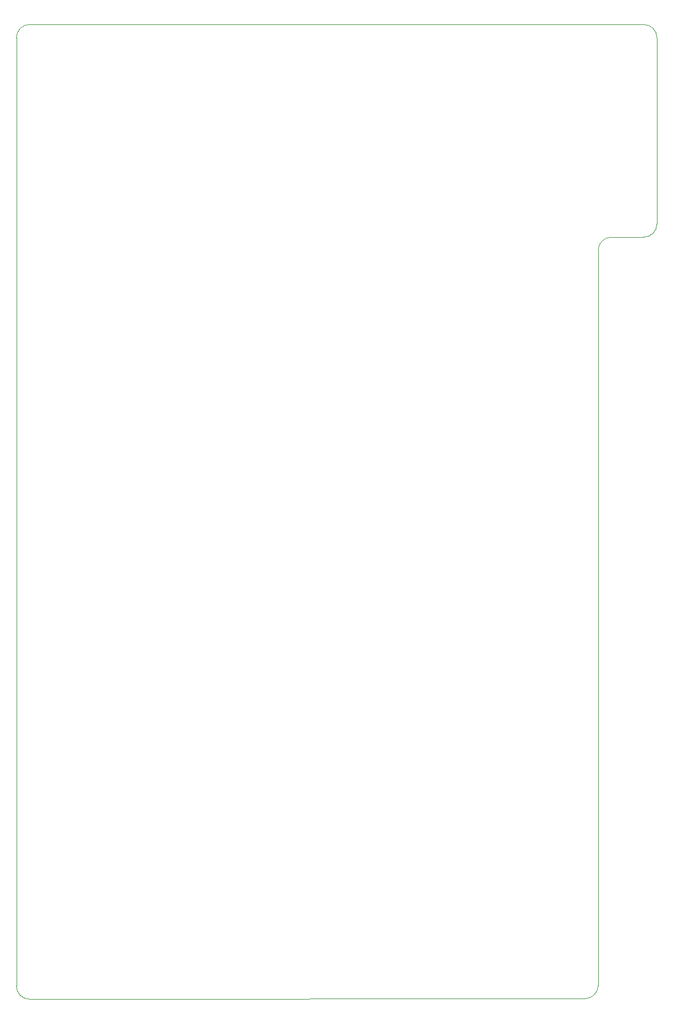
<source format=gbr>
%TF.GenerationSoftware,KiCad,Pcbnew,8.0.1*%
%TF.CreationDate,2024-04-14T16:22:20-07:00*%
%TF.ProjectId,ee110_alpha_board,65653131-305f-4616-9c70-68615f626f61,0.1*%
%TF.SameCoordinates,Original*%
%TF.FileFunction,Profile,NP*%
%FSLAX46Y46*%
G04 Gerber Fmt 4.6, Leading zero omitted, Abs format (unit mm)*
G04 Created by KiCad (PCBNEW 8.0.1) date 2024-04-14 16:22:20*
%MOMM*%
%LPD*%
G01*
G04 APERTURE LIST*
%TA.AperFunction,Profile*%
%ADD10C,0.100000*%
%TD*%
G04 APERTURE END LIST*
D10*
X44032000Y-181951159D02*
X128968000Y-181864000D01*
X133032000Y-65500000D02*
X137968000Y-65500000D01*
X140000000Y-63468000D02*
G75*
G02*
X137968000Y-65500000I-2032000J0D01*
G01*
X42000000Y-35032000D02*
X42000000Y-179919159D01*
X44032000Y-181951159D02*
G75*
G02*
X42000041Y-179919159I0J2031959D01*
G01*
X131000000Y-179832000D02*
G75*
G02*
X128968000Y-181864000I-2032000J0D01*
G01*
X42000000Y-35032000D02*
G75*
G02*
X44032000Y-33000000I2032000J0D01*
G01*
X131000000Y-67532000D02*
G75*
G02*
X133032000Y-65500000I2032000J0D01*
G01*
X140000000Y-63468000D02*
X140000000Y-35032000D01*
X137968000Y-33000000D02*
X44032000Y-33000000D01*
X131000000Y-179832000D02*
X131000000Y-67532000D01*
X137968000Y-33000000D02*
G75*
G02*
X140000000Y-35032000I0J-2032000D01*
G01*
M02*

</source>
